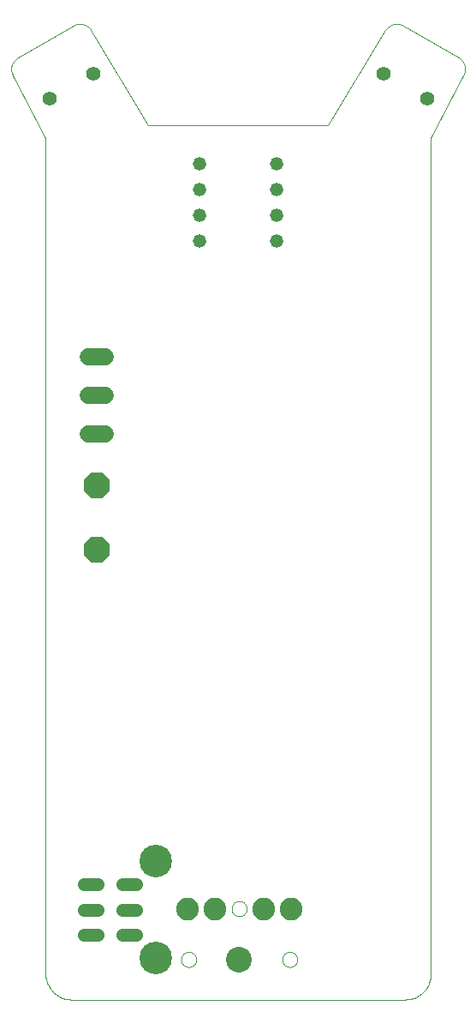
<source format=gbl>
G75*
%MOIN*%
%OFA0B0*%
%FSLAX24Y24*%
%IPPOS*%
%LPD*%
%AMOC8*
5,1,8,0,0,1.08239X$1,22.5*
%
%ADD10C,0.0000*%
%ADD11C,0.0520*%
%ADD12C,0.1000*%
%ADD13C,0.0886*%
%ADD14C,0.0560*%
%ADD15C,0.0515*%
%ADD16C,0.1266*%
%ADD17OC8,0.1000*%
%ADD18C,0.0660*%
D10*
X005983Y001995D02*
X005983Y034495D01*
X004718Y036919D01*
X004698Y036958D01*
X004681Y036998D01*
X004668Y037040D01*
X004659Y037082D01*
X004653Y037125D01*
X004651Y037169D01*
X004653Y037213D01*
X004659Y037256D01*
X004668Y037298D01*
X004681Y037340D01*
X004698Y037380D01*
X004718Y037419D01*
X004741Y037456D01*
X004768Y037490D01*
X004797Y037523D01*
X004830Y037552D01*
X004864Y037579D01*
X004901Y037602D01*
X007066Y038852D01*
X007105Y038872D01*
X007145Y038889D01*
X007187Y038902D01*
X007229Y038911D01*
X007272Y038917D01*
X007316Y038919D01*
X007360Y038917D01*
X007403Y038911D01*
X007445Y038902D01*
X007487Y038889D01*
X007527Y038872D01*
X007566Y038852D01*
X007603Y038829D01*
X007637Y038802D01*
X007670Y038773D01*
X007699Y038740D01*
X007726Y038706D01*
X007749Y038669D01*
X009983Y034995D01*
X016983Y034995D01*
X019218Y038669D01*
X019241Y038706D01*
X019268Y038740D01*
X019297Y038773D01*
X019330Y038802D01*
X019364Y038829D01*
X019401Y038852D01*
X019440Y038872D01*
X019480Y038889D01*
X019522Y038902D01*
X019564Y038911D01*
X019607Y038917D01*
X019651Y038919D01*
X019695Y038917D01*
X019738Y038911D01*
X019780Y038902D01*
X019822Y038889D01*
X019862Y038872D01*
X019901Y038852D01*
X022066Y037602D01*
X022103Y037579D01*
X022137Y037552D01*
X022170Y037523D01*
X022199Y037490D01*
X022226Y037456D01*
X022249Y037419D01*
X022269Y037380D01*
X022286Y037340D01*
X022299Y037298D01*
X022308Y037256D01*
X022314Y037213D01*
X022316Y037169D01*
X022314Y037125D01*
X022308Y037082D01*
X022299Y037040D01*
X022286Y036998D01*
X022269Y036958D01*
X022249Y036919D01*
X020983Y034495D01*
X020983Y001995D01*
X020981Y001935D01*
X020976Y001874D01*
X020967Y001815D01*
X020954Y001756D01*
X020938Y001697D01*
X020918Y001640D01*
X020895Y001585D01*
X020868Y001530D01*
X020839Y001478D01*
X020806Y001427D01*
X020770Y001378D01*
X020732Y001332D01*
X020690Y001288D01*
X020646Y001246D01*
X020600Y001208D01*
X020551Y001172D01*
X020500Y001139D01*
X020448Y001110D01*
X020393Y001083D01*
X020338Y001060D01*
X020281Y001040D01*
X020222Y001024D01*
X020163Y001011D01*
X020104Y001002D01*
X020043Y000997D01*
X019983Y000995D01*
X006983Y000995D01*
X006923Y000997D01*
X006862Y001002D01*
X006803Y001011D01*
X006744Y001024D01*
X006685Y001040D01*
X006628Y001060D01*
X006573Y001083D01*
X006518Y001110D01*
X006466Y001139D01*
X006415Y001172D01*
X006366Y001208D01*
X006320Y001246D01*
X006276Y001288D01*
X006234Y001332D01*
X006196Y001378D01*
X006160Y001427D01*
X006127Y001478D01*
X006098Y001530D01*
X006071Y001585D01*
X006048Y001640D01*
X006028Y001697D01*
X006012Y001756D01*
X005999Y001815D01*
X005990Y001874D01*
X005985Y001935D01*
X005983Y001995D01*
X011259Y002558D02*
X011261Y002592D01*
X011267Y002626D01*
X011277Y002659D01*
X011290Y002690D01*
X011308Y002720D01*
X011328Y002748D01*
X011352Y002773D01*
X011378Y002795D01*
X011406Y002813D01*
X011437Y002829D01*
X011469Y002841D01*
X011503Y002849D01*
X011537Y002853D01*
X011571Y002853D01*
X011605Y002849D01*
X011639Y002841D01*
X011671Y002829D01*
X011701Y002813D01*
X011730Y002795D01*
X011756Y002773D01*
X011780Y002748D01*
X011800Y002720D01*
X011818Y002690D01*
X011831Y002659D01*
X011841Y002626D01*
X011847Y002592D01*
X011849Y002558D01*
X011847Y002524D01*
X011841Y002490D01*
X011831Y002457D01*
X011818Y002426D01*
X011800Y002396D01*
X011780Y002368D01*
X011756Y002343D01*
X011730Y002321D01*
X011702Y002303D01*
X011671Y002287D01*
X011639Y002275D01*
X011605Y002267D01*
X011571Y002263D01*
X011537Y002263D01*
X011503Y002267D01*
X011469Y002275D01*
X011437Y002287D01*
X011406Y002303D01*
X011378Y002321D01*
X011352Y002343D01*
X011328Y002368D01*
X011308Y002396D01*
X011290Y002426D01*
X011277Y002457D01*
X011267Y002490D01*
X011261Y002524D01*
X011259Y002558D01*
X013228Y004527D02*
X013230Y004561D01*
X013236Y004595D01*
X013246Y004628D01*
X013259Y004659D01*
X013277Y004689D01*
X013297Y004717D01*
X013321Y004742D01*
X013347Y004764D01*
X013375Y004782D01*
X013406Y004798D01*
X013438Y004810D01*
X013472Y004818D01*
X013506Y004822D01*
X013540Y004822D01*
X013574Y004818D01*
X013608Y004810D01*
X013640Y004798D01*
X013670Y004782D01*
X013699Y004764D01*
X013725Y004742D01*
X013749Y004717D01*
X013769Y004689D01*
X013787Y004659D01*
X013800Y004628D01*
X013810Y004595D01*
X013816Y004561D01*
X013818Y004527D01*
X013816Y004493D01*
X013810Y004459D01*
X013800Y004426D01*
X013787Y004395D01*
X013769Y004365D01*
X013749Y004337D01*
X013725Y004312D01*
X013699Y004290D01*
X013671Y004272D01*
X013640Y004256D01*
X013608Y004244D01*
X013574Y004236D01*
X013540Y004232D01*
X013506Y004232D01*
X013472Y004236D01*
X013438Y004244D01*
X013406Y004256D01*
X013375Y004272D01*
X013347Y004290D01*
X013321Y004312D01*
X013297Y004337D01*
X013277Y004365D01*
X013259Y004395D01*
X013246Y004426D01*
X013236Y004459D01*
X013230Y004493D01*
X013228Y004527D01*
X015196Y002558D02*
X015198Y002592D01*
X015204Y002626D01*
X015214Y002659D01*
X015227Y002690D01*
X015245Y002720D01*
X015265Y002748D01*
X015289Y002773D01*
X015315Y002795D01*
X015343Y002813D01*
X015374Y002829D01*
X015406Y002841D01*
X015440Y002849D01*
X015474Y002853D01*
X015508Y002853D01*
X015542Y002849D01*
X015576Y002841D01*
X015608Y002829D01*
X015638Y002813D01*
X015667Y002795D01*
X015693Y002773D01*
X015717Y002748D01*
X015737Y002720D01*
X015755Y002690D01*
X015768Y002659D01*
X015778Y002626D01*
X015784Y002592D01*
X015786Y002558D01*
X015784Y002524D01*
X015778Y002490D01*
X015768Y002457D01*
X015755Y002426D01*
X015737Y002396D01*
X015717Y002368D01*
X015693Y002343D01*
X015667Y002321D01*
X015639Y002303D01*
X015608Y002287D01*
X015576Y002275D01*
X015542Y002267D01*
X015508Y002263D01*
X015474Y002263D01*
X015440Y002267D01*
X015406Y002275D01*
X015374Y002287D01*
X015343Y002303D01*
X015315Y002321D01*
X015289Y002343D01*
X015265Y002368D01*
X015245Y002396D01*
X015227Y002426D01*
X015214Y002457D01*
X015204Y002490D01*
X015198Y002524D01*
X015196Y002558D01*
D11*
X014983Y030495D03*
X014983Y031495D03*
X014983Y032495D03*
X014983Y033495D03*
X011983Y033495D03*
X011983Y032495D03*
X011983Y031495D03*
X011983Y030495D03*
D12*
X013523Y002558D03*
D13*
X014468Y004527D03*
X015531Y004527D03*
X012578Y004527D03*
X011515Y004527D03*
D14*
X006131Y036003D03*
X007836Y036987D03*
X019131Y036987D03*
X020836Y036003D03*
D15*
X009498Y005480D02*
X008983Y005480D01*
X008983Y004495D02*
X009498Y004495D01*
X009498Y003511D02*
X008983Y003511D01*
X007999Y003511D02*
X007484Y003511D01*
X007484Y004495D02*
X007999Y004495D01*
X007999Y005480D02*
X007484Y005480D01*
D16*
X010282Y006365D03*
X010282Y002625D03*
D17*
X007983Y018495D03*
X007983Y020995D03*
D18*
X007653Y022995D02*
X008313Y022995D01*
X008313Y024495D02*
X007653Y024495D01*
X007653Y025995D02*
X008313Y025995D01*
M02*

</source>
